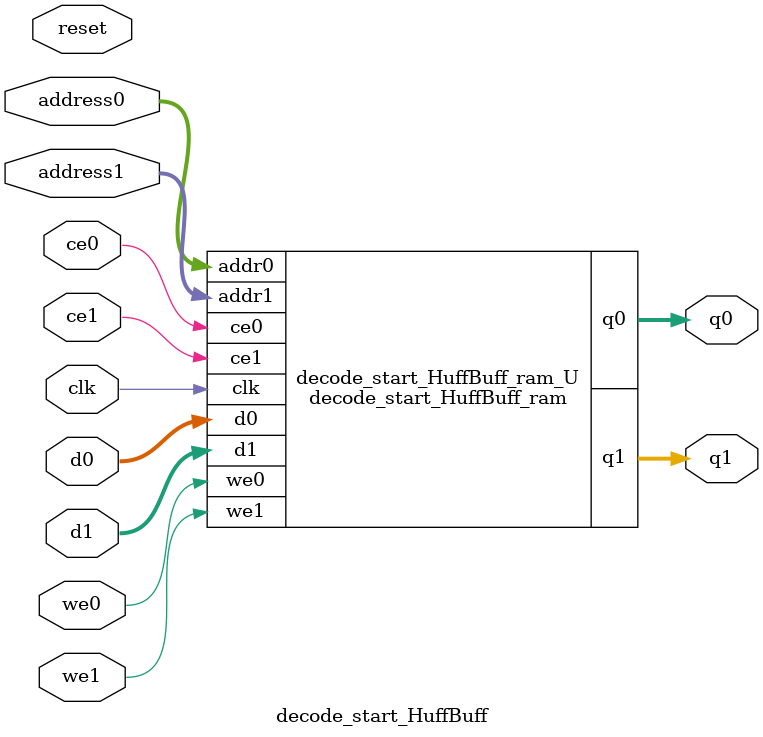
<source format=v>

`timescale 1 ns / 1 ps
module decode_start_HuffBuff_ram (addr0, ce0, d0, we0, q0, addr1, ce1, d1, we1, q1,  clk);

parameter DWIDTH = 32;
parameter AWIDTH = 8;
parameter MEM_SIZE = 192;

input[AWIDTH-1:0] addr0;
input ce0;
input[DWIDTH-1:0] d0;
input we0;
output reg[DWIDTH-1:0] q0;
input[AWIDTH-1:0] addr1;
input ce1;
input[DWIDTH-1:0] d1;
input we1;
output reg[DWIDTH-1:0] q1;
input clk;

(* ram_style = "block" *)reg [DWIDTH-1:0] ram[MEM_SIZE-1:0];




always @(posedge clk)  
begin 
    if (ce0) 
    begin
        if (we0) 
        begin 
            ram[addr0] <= d0; 
            q0 <= d0;
        end 
        else 
            q0 <= ram[addr0];
    end
end


always @(posedge clk)  
begin 
    if (ce1) 
    begin
        if (we1) 
        begin 
            ram[addr1] <= d1; 
            q1 <= d1;
        end 
        else 
            q1 <= ram[addr1];
    end
end


endmodule


`timescale 1 ns / 1 ps
module decode_start_HuffBuff(
    reset,
    clk,
    address0,
    ce0,
    we0,
    d0,
    q0,
    address1,
    ce1,
    we1,
    d1,
    q1);

parameter DataWidth = 32'd32;
parameter AddressRange = 32'd192;
parameter AddressWidth = 32'd8;
input reset;
input clk;
input[AddressWidth - 1:0] address0;
input ce0;
input we0;
input[DataWidth - 1:0] d0;
output[DataWidth - 1:0] q0;
input[AddressWidth - 1:0] address1;
input ce1;
input we1;
input[DataWidth - 1:0] d1;
output[DataWidth - 1:0] q1;



decode_start_HuffBuff_ram decode_start_HuffBuff_ram_U(
    .clk( clk ),
    .addr0( address0 ),
    .ce0( ce0 ),
    .d0( d0 ),
    .we0( we0 ),
    .q0( q0 ),
    .addr1( address1 ),
    .ce1( ce1 ),
    .d1( d1 ),
    .we1( we1 ),
    .q1( q1 ));

endmodule


</source>
